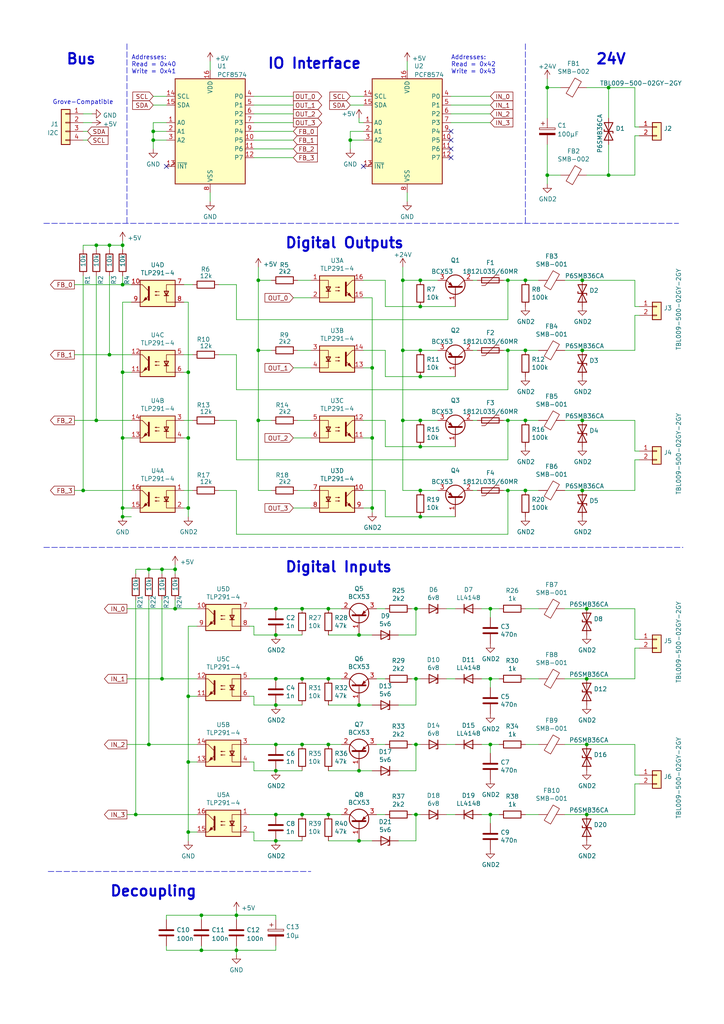
<source format=kicad_sch>
(kicad_sch (version 20211123) (generator eeschema)
  (paper "A4" portrait)
  (title_block (title "SynPLC CPU PiggyBack IO") (date "2023-04-29") (rev "1.0") (company "https://gitlab.synthron.de/Synthron/SynPLC"))
  (junction (at 58.42 275.59))
  (junction (at 54.61 127))
  (junction (at 95.25 215.9))
  (junction (at 104.14 243.84))
  (junction (at 121.92 121.92))
  (junction (at 152.4 81.28))
  (junction (at 35.56 127))
  (junction (at 35.56 82.55))
  (junction (at 121.92 101.6))
  (junction (at 116.84 121.92))
  (junction (at 80.01 243.84))
  (junction (at 27.94 71.12))
  (junction (at 176.53 50.8))
  (junction (at 24.13 142.24))
  (junction (at 107.95 127))
  (junction (at 121.92 109.22))
  (junction (at 35.56 147.32))
  (junction (at 46.99 196.85))
  (junction (at 87.63 196.85))
  (junction (at 107.95 106.68))
  (junction (at 168.91 121.92))
  (junction (at 147.32 81.28))
  (junction (at 46.99 165.1))
  (junction (at 170.18 196.85))
  (junction (at 31.75 71.12))
  (junction (at 80.01 215.9))
  (junction (at 147.32 121.92))
  (junction (at 74.93 81.28))
  (junction (at 121.92 149.86))
  (junction (at 43.18 165.1))
  (junction (at 147.32 101.6))
  (junction (at 80.01 184.15))
  (junction (at 176.53 25.4))
  (junction (at 68.58 275.59))
  (junction (at 152.4 101.6))
  (junction (at 74.93 101.6))
  (junction (at 68.58 265.43))
  (junction (at 43.18 215.9))
  (junction (at 152.4 142.24))
  (junction (at 120.65 176.53))
  (junction (at 168.91 101.6))
  (junction (at 54.61 147.32))
  (junction (at 80.01 236.22))
  (junction (at 158.75 25.4))
  (junction (at 35.56 149.86))
  (junction (at 104.14 184.15))
  (junction (at 147.32 142.24))
  (junction (at 121.92 88.9))
  (junction (at 142.24 215.9))
  (junction (at 170.18 215.9))
  (junction (at 142.24 176.53))
  (junction (at 95.25 196.85))
  (junction (at 170.18 236.22))
  (junction (at 27.94 121.92))
  (junction (at 101.6 40.64))
  (junction (at 107.95 147.32))
  (junction (at 35.56 107.95))
  (junction (at 168.91 142.24))
  (junction (at 121.92 129.54))
  (junction (at 95.25 236.22))
  (junction (at 95.25 176.53))
  (junction (at 121.92 142.24))
  (junction (at 58.42 265.43))
  (junction (at 80.01 176.53))
  (junction (at 121.92 81.28))
  (junction (at 80.01 223.52))
  (junction (at 54.61 241.3))
  (junction (at 31.75 102.87))
  (junction (at 44.45 38.1))
  (junction (at 116.84 101.6))
  (junction (at 54.61 201.93))
  (junction (at 116.84 81.28))
  (junction (at 120.65 196.85))
  (junction (at 87.63 236.22))
  (junction (at 50.8 176.53))
  (junction (at 142.24 196.85))
  (junction (at 74.93 121.92))
  (junction (at 104.14 204.47))
  (junction (at 87.63 215.9))
  (junction (at 104.14 223.52))
  (junction (at 39.37 236.22))
  (junction (at 170.18 176.53))
  (junction (at 158.75 50.8))
  (junction (at 54.61 107.95))
  (junction (at 120.65 215.9))
  (junction (at 142.24 236.22))
  (junction (at 54.61 220.98))
  (junction (at 35.56 71.12))
  (junction (at 152.4 121.92))
  (junction (at 168.91 81.28))
  (junction (at 50.8 165.1))
  (junction (at 120.65 236.22))
  (junction (at 80.01 204.47))
  (junction (at 87.63 176.53))
  (junction (at 44.45 40.64))
  (junction (at 80.01 196.85))
  (no_connect (at 48.26 48.26))
  (no_connect (at 130.81 43.18))
  (no_connect (at 130.81 38.1))
  (no_connect (at 130.81 40.64))
  (no_connect (at 105.41 48.26))
  (no_connect (at 130.81 45.72))
  (wire (pts (xy 144.78 215.9) (xy 142.24 215.9)))
  (wire (pts (xy 116.84 81.28) (xy 121.92 81.28)))
  (wire (pts (xy 184.15 25.4) (xy 176.53 25.4)))
  (wire (pts (xy 101.6 40.64) (xy 105.41 40.64)))
  (wire (pts (xy 121.92 109.22) (xy 111.76 109.22)))
  (wire (pts (xy 54.61 201.93) (xy 54.61 181.61)))
  (wire (pts (xy 184.15 91.44) (xy 185.42 91.44)))
  (wire (pts (xy 73.66 220.98) (xy 73.66 223.52)))
  (wire (pts (xy 184.15 39.37) (xy 184.15 50.8)))
  (wire (pts (xy 121.92 129.54) (xy 111.76 129.54)))
  (wire (pts (xy 116.84 101.6) (xy 121.92 101.6)))
  (wire (pts (xy 21.59 102.87) (xy 31.75 102.87)))
  (wire (pts (xy 80.01 243.84) (xy 87.63 243.84)))
  (wire (pts (xy 60.96 17.78) (xy 60.96 20.32)))
  (wire (pts (xy 185.42 88.9) (xy 184.15 88.9)))
  (wire (pts (xy 185.42 36.83) (xy 184.15 36.83)))
  (wire (pts (xy 68.58 102.87) (xy 63.5 102.87)))
  (wire (pts (xy 137.16 81.28) (xy 138.43 81.28)))
  (wire (pts (xy 68.58 133.35) (xy 68.58 121.92)))
  (wire (pts (xy 44.45 30.48) (xy 48.26 30.48)))
  (wire (pts (xy 104.14 184.15) (xy 95.25 184.15)))
  (wire (pts (xy 121.92 236.22) (xy 120.65 236.22)))
  (wire (pts (xy 46.99 173.99) (xy 46.99 196.85)))
  (wire (pts (xy 120.65 223.52) (xy 120.65 215.9)))
  (wire (pts (xy 120.65 204.47) (xy 120.65 196.85)))
  (wire (pts (xy 35.56 82.55) (xy 38.1 82.55)))
  (wire (pts (xy 46.99 196.85) (xy 57.15 196.85)))
  (wire (pts (xy 35.56 149.86) (xy 38.1 149.86)))
  (wire (pts (xy 53.34 107.95) (xy 54.61 107.95)))
  (wire (pts (xy 156.21 236.22) (xy 152.4 236.22)))
  (wire (pts (xy 184.15 215.9) (xy 184.15 224.79)))
  (wire (pts (xy 46.99 165.1) (xy 43.18 165.1)))
  (wire (pts (xy 163.83 196.85) (xy 170.18 196.85)))
  (wire (pts (xy 54.61 149.86) (xy 54.61 147.32)))
  (wire (pts (xy 104.14 34.29) (xy 104.14 35.56)))
  (wire (pts (xy 111.76 176.53) (xy 109.22 176.53)))
  (wire (pts (xy 120.65 176.53) (xy 119.38 176.53)))
  (wire (pts (xy 118.11 55.88) (xy 118.11 58.42)))
  (wire (pts (xy 68.58 264.16) (xy 68.58 265.43)))
  (wire (pts (xy 120.65 236.22) (xy 119.38 236.22)))
  (wire (pts (xy 54.61 220.98) (xy 54.61 201.93)))
  (wire (pts (xy 116.84 101.6) (xy 116.84 121.92)))
  (wire (pts (xy 35.56 147.32) (xy 35.56 127)))
  (wire (pts (xy 184.15 142.24) (xy 184.15 133.35)))
  (wire (pts (xy 73.66 243.84) (xy 80.01 243.84)))
  (wire (pts (xy 50.8 173.99) (xy 50.8 176.53)))
  (wire (pts (xy 35.56 80.01) (xy 35.56 82.55)))
  (wire (pts (xy 142.24 218.44) (xy 142.24 215.9)))
  (wire (pts (xy 163.83 176.53) (xy 170.18 176.53)))
  (wire (pts (xy 129.54 176.53) (xy 132.08 176.53)))
  (wire (pts (xy 163.83 236.22) (xy 170.18 236.22)))
  (wire (pts (xy 95.25 236.22) (xy 87.63 236.22)))
  (wire (pts (xy 163.83 81.28) (xy 168.91 81.28)))
  (wire (pts (xy 73.66 38.1) (xy 85.09 38.1)))
  (wire (pts (xy 46.99 165.1) (xy 46.99 166.37)))
  (wire (pts (xy 147.32 133.35) (xy 147.32 121.92)))
  (wire (pts (xy 111.76 196.85) (xy 109.22 196.85)))
  (wire (pts (xy 168.91 142.24) (xy 184.15 142.24)))
  (wire (pts (xy 80.01 204.47) (xy 87.63 204.47)))
  (wire (pts (xy 107.95 147.32) (xy 107.95 127)))
  (wire (pts (xy 163.83 101.6) (xy 168.91 101.6)))
  (wire (pts (xy 120.65 243.84) (xy 120.65 236.22)))
  (wire (pts (xy 73.66 43.18) (xy 85.09 43.18)))
  (wire (pts (xy 116.84 121.92) (xy 121.92 121.92)))
  (wire (pts (xy 87.63 236.22) (xy 80.01 236.22)))
  (wire (pts (xy 54.61 241.3) (xy 57.15 241.3)))
  (wire (pts (xy 48.26 265.43) (xy 48.26 266.7)))
  (wire (pts (xy 36.83 236.22) (xy 39.37 236.22)))
  (polyline (pts (xy 12.7 64.77) (xy 196.85 64.77)))
  (wire (pts (xy 163.83 215.9) (xy 170.18 215.9)))
  (wire (pts (xy 95.25 215.9) (xy 87.63 215.9)))
  (wire (pts (xy 54.61 107.95) (xy 54.61 87.63)))
  (wire (pts (xy 25.4 40.64) (xy 24.13 40.64)))
  (wire (pts (xy 35.56 107.95) (xy 35.56 87.63)))
  (wire (pts (xy 24.13 35.56) (xy 26.67 35.56)))
  (wire (pts (xy 35.56 87.63) (xy 38.1 87.63)))
  (wire (pts (xy 158.75 25.4) (xy 158.75 34.29)))
  (wire (pts (xy 31.75 102.87) (xy 38.1 102.87)))
  (wire (pts (xy 43.18 165.1) (xy 39.37 165.1)))
  (wire (pts (xy 184.15 50.8) (xy 176.53 50.8)))
  (wire (pts (xy 36.83 196.85) (xy 46.99 196.85)))
  (wire (pts (xy 39.37 236.22) (xy 57.15 236.22)))
  (wire (pts (xy 152.4 81.28) (xy 156.21 81.28)))
  (wire (pts (xy 104.14 243.84) (xy 95.25 243.84)))
  (wire (pts (xy 184.15 236.22) (xy 184.15 227.33)))
  (wire (pts (xy 120.65 184.15) (xy 120.65 176.53)))
  (wire (pts (xy 115.57 223.52) (xy 120.65 223.52)))
  (wire (pts (xy 168.91 121.92) (xy 184.15 121.92)))
  (wire (pts (xy 163.83 121.92) (xy 168.91 121.92)))
  (wire (pts (xy 74.93 77.47) (xy 74.93 81.28)))
  (wire (pts (xy 68.58 276.86) (xy 68.58 275.59)))
  (wire (pts (xy 60.96 55.88) (xy 60.96 58.42)))
  (wire (pts (xy 121.92 81.28) (xy 127 81.28)))
  (wire (pts (xy 132.08 129.54) (xy 121.92 129.54)))
  (wire (pts (xy 105.41 106.68) (xy 107.95 106.68)))
  (wire (pts (xy 111.76 236.22) (xy 109.22 236.22)))
  (wire (pts (xy 21.59 121.92) (xy 27.94 121.92)))
  (wire (pts (xy 74.93 121.92) (xy 74.93 142.24)))
  (wire (pts (xy 80.01 176.53) (xy 72.39 176.53)))
  (wire (pts (xy 27.94 71.12) (xy 27.94 72.39)))
  (wire (pts (xy 105.41 147.32) (xy 107.95 147.32)))
  (wire (pts (xy 121.92 215.9) (xy 120.65 215.9)))
  (wire (pts (xy 68.58 154.94) (xy 147.32 154.94)))
  (wire (pts (xy 43.18 165.1) (xy 43.18 166.37)))
  (wire (pts (xy 50.8 165.1) (xy 46.99 165.1)))
  (wire (pts (xy 137.16 101.6) (xy 138.43 101.6)))
  (wire (pts (xy 44.45 40.64) (xy 48.26 40.64)))
  (wire (pts (xy 144.78 196.85) (xy 142.24 196.85)))
  (wire (pts (xy 101.6 27.94) (xy 105.41 27.94)))
  (wire (pts (xy 53.34 127) (xy 54.61 127)))
  (wire (pts (xy 68.58 265.43) (xy 68.58 266.7)))
  (wire (pts (xy 147.32 154.94) (xy 147.32 142.24)))
  (wire (pts (xy 95.25 236.22) (xy 99.06 236.22)))
  (wire (pts (xy 68.58 142.24) (xy 63.5 142.24)))
  (wire (pts (xy 58.42 265.43) (xy 58.42 266.7)))
  (wire (pts (xy 116.84 142.24) (xy 121.92 142.24)))
  (wire (pts (xy 184.15 176.53) (xy 184.15 185.42)))
  (wire (pts (xy 54.61 87.63) (xy 53.34 87.63)))
  (wire (pts (xy 170.18 176.53) (xy 184.15 176.53)))
  (wire (pts (xy 53.34 82.55) (xy 55.88 82.55)))
  (wire (pts (xy 73.66 184.15) (xy 80.01 184.15)))
  (wire (pts (xy 146.05 101.6) (xy 147.32 101.6)))
  (wire (pts (xy 54.61 127) (xy 54.61 107.95)))
  (wire (pts (xy 73.66 27.94) (xy 85.09 27.94)))
  (wire (pts (xy 25.4 38.1) (xy 24.13 38.1)))
  (wire (pts (xy 24.13 71.12) (xy 24.13 72.39)))
  (wire (pts (xy 36.83 215.9) (xy 43.18 215.9)))
  (wire (pts (xy 85.09 86.36) (xy 90.17 86.36)))
  (wire (pts (xy 73.66 33.02) (xy 85.09 33.02)))
  (wire (pts (xy 74.93 81.28) (xy 74.93 101.6)))
  (wire (pts (xy 85.09 106.68) (xy 90.17 106.68)))
  (wire (pts (xy 73.66 223.52) (xy 80.01 223.52)))
  (wire (pts (xy 184.15 185.42) (xy 185.42 185.42)))
  (wire (pts (xy 74.93 101.6) (xy 78.74 101.6)))
  (wire (pts (xy 68.58 265.43) (xy 58.42 265.43)))
  (wire (pts (xy 43.18 173.99) (xy 43.18 215.9)))
  (wire (pts (xy 116.84 121.92) (xy 116.84 142.24)))
  (wire (pts (xy 74.93 142.24) (xy 78.74 142.24)))
  (wire (pts (xy 121.92 142.24) (xy 127 142.24)))
  (wire (pts (xy 121.92 101.6) (xy 127 101.6)))
  (wire (pts (xy 156.21 196.85) (xy 152.4 196.85)))
  (wire (pts (xy 80.01 266.7) (xy 80.01 265.43)))
  (wire (pts (xy 107.95 148.59) (xy 107.95 147.32)))
  (wire (pts (xy 86.36 101.6) (xy 90.17 101.6)))
  (wire (pts (xy 147.32 121.92) (xy 152.4 121.92)))
  (wire (pts (xy 107.95 204.47) (xy 104.14 204.47)))
  (wire (pts (xy 54.61 201.93) (xy 57.15 201.93)))
  (wire (pts (xy 120.65 196.85) (xy 119.38 196.85)))
  (wire (pts (xy 68.58 121.92) (xy 63.5 121.92)))
  (wire (pts (xy 72.39 181.61) (xy 73.66 181.61)))
  (wire (pts (xy 111.76 109.22) (xy 111.76 101.6)))
  (wire (pts (xy 68.58 82.55) (xy 63.5 82.55)))
  (wire (pts (xy 142.24 196.85) (xy 139.7 196.85)))
  (wire (pts (xy 95.25 196.85) (xy 99.06 196.85)))
  (wire (pts (xy 185.42 39.37) (xy 184.15 39.37)))
  (wire (pts (xy 58.42 265.43) (xy 48.26 265.43)))
  (wire (pts (xy 111.76 142.24) (xy 105.41 142.24)))
  (wire (pts (xy 115.57 184.15) (xy 120.65 184.15)))
  (wire (pts (xy 53.34 102.87) (xy 55.88 102.87)))
  (wire (pts (xy 184.15 88.9) (xy 184.15 81.28)))
  (wire (pts (xy 95.25 176.53) (xy 99.06 176.53)))
  (wire (pts (xy 86.36 81.28) (xy 90.17 81.28)))
  (wire (pts (xy 74.93 81.28) (xy 78.74 81.28)))
  (polyline (pts (xy 152.4 12.7) (xy 152.4 64.77)))
  (wire (pts (xy 184.15 36.83) (xy 184.15 25.4)))
  (wire (pts (xy 158.75 50.8) (xy 158.75 53.34)))
  (wire (pts (xy 73.66 181.61) (xy 73.66 184.15)))
  (wire (pts (xy 50.8 165.1) (xy 50.8 166.37)))
  (wire (pts (xy 168.91 81.28) (xy 184.15 81.28)))
  (wire (pts (xy 73.66 35.56) (xy 85.09 35.56)))
  (wire (pts (xy 184.15 196.85) (xy 184.15 187.96)))
  (wire (pts (xy 147.32 81.28) (xy 152.4 81.28)))
  (wire (pts (xy 176.53 25.4) (xy 176.53 34.29)))
  (wire (pts (xy 44.45 38.1) (xy 44.45 35.56)))
  (wire (pts (xy 80.01 274.32) (xy 80.01 275.59)))
  (wire (pts (xy 48.26 275.59) (xy 48.26 274.32)))
  (wire (pts (xy 54.61 147.32) (xy 54.61 127)))
  (wire (pts (xy 104.14 223.52) (xy 95.25 223.52)))
  (wire (pts (xy 54.61 220.98) (xy 57.15 220.98)))
  (wire (pts (xy 68.58 92.71) (xy 68.58 82.55)))
  (wire (pts (xy 73.66 40.64) (xy 85.09 40.64)))
  (wire (pts (xy 111.76 121.92) (xy 105.41 121.92)))
  (wire (pts (xy 168.91 101.6) (xy 184.15 101.6)))
  (wire (pts (xy 130.81 35.56) (xy 142.24 35.56)))
  (wire (pts (xy 39.37 165.1) (xy 39.37 166.37)))
  (wire (pts (xy 111.76 215.9) (xy 109.22 215.9)))
  (wire (pts (xy 74.93 121.92) (xy 78.74 121.92)))
  (wire (pts (xy 116.84 81.28) (xy 116.84 101.6)))
  (wire (pts (xy 35.56 71.12) (xy 31.75 71.12)))
  (wire (pts (xy 176.53 25.4) (xy 170.18 25.4)))
  (wire (pts (xy 31.75 71.12) (xy 31.75 72.39)))
  (wire (pts (xy 35.56 147.32) (xy 38.1 147.32)))
  (wire (pts (xy 147.32 113.03) (xy 147.32 101.6)))
  (wire (pts (xy 107.95 223.52) (xy 104.14 223.52)))
  (wire (pts (xy 146.05 81.28) (xy 147.32 81.28)))
  (wire (pts (xy 73.66 45.72) (xy 85.09 45.72)))
  (wire (pts (xy 184.15 121.92) (xy 184.15 130.81)))
  (wire (pts (xy 87.63 176.53) (xy 80.01 176.53)))
  (wire (pts (xy 68.58 275.59) (xy 58.42 275.59)))
  (wire (pts (xy 35.56 71.12) (xy 35.56 72.39)))
  (wire (pts (xy 147.32 101.6) (xy 152.4 101.6)))
  (wire (pts (xy 158.75 25.4) (xy 158.75 22.86)))
  (wire (pts (xy 142.24 199.39) (xy 142.24 196.85)))
  (wire (pts (xy 44.45 40.64) (xy 44.45 38.1)))
  (wire (pts (xy 144.78 176.53) (xy 142.24 176.53)))
  (wire (pts (xy 80.01 275.59) (xy 68.58 275.59)))
  (wire (pts (xy 156.21 176.53) (xy 152.4 176.53)))
  (wire (pts (xy 184.15 133.35) (xy 185.42 133.35)))
  (polyline (pts (xy 12.7 158.75) (xy 198.12 158.75)))
  (wire (pts (xy 163.83 142.24) (xy 168.91 142.24)))
  (wire (pts (xy 44.45 38.1) (xy 48.26 38.1)))
  (wire (pts (xy 85.09 147.32) (xy 90.17 147.32)))
  (wire (pts (xy 72.39 220.98) (xy 73.66 220.98)))
  (wire (pts (xy 121.92 196.85) (xy 120.65 196.85)))
  (wire (pts (xy 43.18 215.9) (xy 57.15 215.9)))
  (wire (pts (xy 44.45 35.56) (xy 48.26 35.56)))
  (wire (pts (xy 31.75 80.01) (xy 31.75 102.87)))
  (polyline (pts (xy 13.97 252.73) (xy 90.17 252.73)))
  (wire (pts (xy 27.94 121.92) (xy 38.1 121.92)))
  (wire (pts (xy 21.59 142.24) (xy 24.13 142.24)))
  (wire (pts (xy 107.95 86.36) (xy 105.41 86.36)))
  (wire (pts (xy 142.24 179.07) (xy 142.24 176.53)))
  (wire (pts (xy 121.92 121.92) (xy 127 121.92)))
  (wire (pts (xy 87.63 196.85) (xy 80.01 196.85)))
  (wire (pts (xy 101.6 38.1) (xy 105.41 38.1)))
  (wire (pts (xy 130.81 33.02) (xy 142.24 33.02)))
  (wire (pts (xy 73.66 204.47) (xy 80.01 204.47)))
  (wire (pts (xy 27.94 71.12) (xy 24.13 71.12)))
  (wire (pts (xy 35.56 149.86) (xy 35.56 147.32)))
  (wire (pts (xy 54.61 241.3) (xy 54.61 220.98)))
  (wire (pts (xy 86.36 142.24) (xy 90.17 142.24)))
  (wire (pts (xy 105.41 127) (xy 107.95 127)))
  (wire (pts (xy 170.18 50.8) (xy 176.53 50.8)))
  (wire (pts (xy 87.63 215.9) (xy 80.01 215.9)))
  (wire (pts (xy 58.42 275.59) (xy 58.42 274.32)))
  (wire (pts (xy 72.39 241.3) (xy 73.66 241.3)))
  (wire (pts (xy 111.76 81.28) (xy 105.41 81.28)))
  (wire (pts (xy 80.01 184.15) (xy 87.63 184.15)))
  (wire (pts (xy 142.24 215.9) (xy 139.7 215.9)))
  (wire (pts (xy 73.66 241.3) (xy 73.66 243.84)))
  (wire (pts (xy 121.92 176.53) (xy 120.65 176.53)))
  (wire (pts (xy 80.01 196.85) (xy 72.39 196.85)))
  (wire (pts (xy 95.25 176.53) (xy 87.63 176.53)))
  (wire (pts (xy 24.13 142.24) (xy 38.1 142.24)))
  (wire (pts (xy 101.6 30.48) (xy 105.41 30.48)))
  (wire (pts (xy 31.75 71.12) (xy 27.94 71.12)))
  (wire (pts (xy 111.76 129.54) (xy 111.76 121.92)))
  (wire (pts (xy 184.15 227.33) (xy 185.42 227.33)))
  (wire (pts (xy 107.95 184.15) (xy 104.14 184.15)))
  (wire (pts (xy 142.24 238.76) (xy 142.24 236.22)))
  (wire (pts (xy 68.58 133.35) (xy 147.32 133.35)))
  (wire (pts (xy 116.84 77.47) (xy 116.84 81.28)))
  (wire (pts (xy 137.16 121.92) (xy 138.43 121.92)))
  (wire (pts (xy 176.53 41.91) (xy 176.53 50.8)))
  (wire (pts (xy 39.37 173.99) (xy 39.37 236.22)))
  (wire (pts (xy 115.57 204.47) (xy 120.65 204.47)))
  (wire (pts (xy 184.15 187.96) (xy 185.42 187.96)))
  (wire (pts (xy 44.45 43.18) (xy 44.45 40.64)))
  (wire (pts (xy 68.58 113.03) (xy 147.32 113.03)))
  (wire (pts (xy 35.56 127) (xy 38.1 127)))
  (wire (pts (xy 54.61 181.61) (xy 57.15 181.61)))
  (wire (pts (xy 85.09 127) (xy 90.17 127)))
  (wire (pts (xy 142.24 176.53) (xy 139.7 176.53)))
  (wire (pts (xy 121.92 88.9) (xy 111.76 88.9)))
  (wire (pts (xy 130.81 30.48) (xy 142.24 30.48)))
  (wire (pts (xy 74.93 101.6) (xy 74.93 121.92)))
  (wire (pts (xy 152.4 101.6) (xy 156.21 101.6)))
  (wire (pts (xy 27.94 80.01) (xy 27.94 121.92)))
  (wire (pts (xy 80.01 223.52) (xy 87.63 223.52)))
  (wire (pts (xy 53.34 147.32) (xy 54.61 147.32)))
  (wire (pts (xy 132.08 149.86) (xy 121.92 149.86)))
  (wire (pts (xy 146.05 142.24) (xy 147.32 142.24)))
  (wire (pts (xy 107.95 127) (xy 107.95 106.68)))
  (wire (pts (xy 101.6 40.64) (xy 101.6 38.1)))
  (wire (pts (xy 35.56 69.85) (xy 35.56 71.12)))
  (wire (pts (xy 68.58 154.94) (xy 68.58 142.24)))
  (wire (pts (xy 58.42 275.59) (xy 48.26 275.59)))
  (wire (pts (xy 129.54 236.22) (xy 132.08 236.22)))
  (wire (pts (xy 147.32 142.24) (xy 152.4 142.24)))
  (wire (pts (xy 121.92 149.86) (xy 111.76 149.86)))
  (wire (pts (xy 24.13 80.01) (xy 24.13 142.24)))
  (wire (pts (xy 107.95 243.84) (xy 104.14 243.84)))
  (wire (pts (xy 162.56 50.8) (xy 158.75 50.8)))
  (wire (pts (xy 53.34 121.92) (xy 55.88 121.92)))
  (wire (pts (xy 130.81 27.94) (xy 142.24 27.94)))
  (wire (pts (xy 147.32 92.71) (xy 147.32 81.28)))
  (wire (pts (xy 170.18 196.85) (xy 184.15 196.85)))
  (wire (pts (xy 50.8 163.83) (xy 50.8 165.1)))
  (wire (pts (xy 80.01 265.43) (xy 68.58 265.43)))
  (wire (pts (xy 73.66 30.48) (xy 85.09 30.48)))
  (wire (pts (xy 170.18 215.9) (xy 184.15 215.9)))
  (wire (pts (xy 132.08 88.9) (xy 121.92 88.9)))
  (wire (pts (xy 73.66 201.93) (xy 73.66 204.47)))
  (wire (pts (xy 152.4 121.92) (xy 156.21 121.92)))
  (wire (pts (xy 115.57 243.84) (xy 120.65 243.84)))
  (wire (pts (xy 44.45 27.94) (xy 48.26 27.94)))
  (wire (pts (xy 21.59 82.55) (xy 35.56 82.55)))
  (wire (pts (xy 120.65 215.9) (xy 119.38 215.9)))
  (wire (pts (xy 80.01 236.22) (xy 72.39 236.22)))
  (wire (pts (xy 54.61 243.84) (xy 54.61 241.3)))
  (wire (pts (xy 86.36 121.92) (xy 90.17 121.92)))
  (wire (pts (xy 107.95 106.68) (xy 107.95 86.36)))
  (wire (pts (xy 137.16 142.24) (xy 138.43 142.24)))
  (wire (pts (xy 111.76 101.6) (xy 105.41 101.6)))
  (wire (pts (xy 129.54 196.85) (xy 132.08 196.85)))
  (wire (pts (xy 68.58 113.03) (xy 68.58 102.87)))
  (wire (pts (xy 36.83 176.53) (xy 50.8 176.53)))
  (wire (pts (xy 35.56 127) (xy 35.56 107.95)))
  (wire (pts (xy 72.39 201.93) (xy 73.66 201.93)))
  (wire (pts (xy 146.05 121.92) (xy 147.32 121.92)))
  (wire (pts (xy 35.56 107.95) (xy 38.1 107.95)))
  (wire (pts (xy 170.18 236.22) (xy 184.15 236.22)))
  (wire (pts (xy 50.8 176.53) (xy 57.15 176.53)))
  (wire (pts (xy 111.76 149.86) (xy 111.76 142.24)))
  (wire (pts (xy 95.25 196.85) (xy 87.63 196.85)))
  (wire (pts (xy 95.25 215.9) (xy 99.06 215.9)))
  (wire (pts (xy 111.76 88.9) (xy 111.76 81.28)))
  (wire (pts (xy 104.14 35.56) (xy 105.41 35.56)))
  (wire (pts (xy 144.78 236.22) (xy 142.24 236.22)))
  (wire (pts (xy 26.67 33.02) (xy 24.13 33.02)))
  (polyline (pts (xy 36.83 12.7) (xy 36.83 64.77)))
  (wire (pts (xy 101.6 43.18) (xy 101.6 40.64)))
  (wire (pts (xy 68.58 92.71) (xy 147.32 92.71)))
  (wire (pts (xy 80.01 215.9) (xy 72.39 215.9)))
  (wire (pts (xy 184.15 101.6) (xy 184.15 91.44)))
  (wire (pts (xy 184.15 130.81) (xy 185.42 130.81)))
  (wire (pts (xy 184.15 224.79) (xy 185.42 224.79)))
  (wire (pts (xy 129.54 215.9) (xy 132.08 215.9)))
  (wire (pts (xy 132.08 109.22) (xy 121.92 109.22)))
  (wire (pts (xy 162.56 25.4) (xy 158.75 25.4)))
  (wire (pts (xy 104.14 204.47) (xy 95.25 204.47)))
  (wire (pts (xy 68.58 275.59) (xy 68.58 274.32)))
  (wire (pts (xy 156.21 215.9) (xy 152.4 215.9)))
  (wire (pts (xy 158.75 41.91) (xy 158.75 50.8)))
  (wire (pts (xy 142.24 236.22) (xy 139.7 236.22)))
  (wire (pts (xy 53.34 142.24) (xy 55.88 142.24)))
  (wire (pts (xy 118.11 17.78) (xy 118.11 20.32)))
  (wire (pts (xy 152.4 142.24) (xy 156.21 142.24)))
  (text "IO Interface" (at 77.47 20.32 0) (effects (font (size 3 3) (thickness 0.6) bold) (justify left bottom)))
  (text "Decoupling" (at 31.75 260.35 0) (effects (font (size 3 3) (thickness 0.6) bold) (justify left bottom)))
  (text "Digital Outputs" (at 82.55 72.39 0) (effects (font (size 3 3) (thickness 0.6) bold) (justify left bottom)))
  (text "Addresses:\nRead = 0x42\nWrite = 0x43" (at 130.81 21.59 0) (effects (font (size 1.27 1.27)) (justify left bottom)))
  (text "Grove-Compatible" (at 15.24 30.48 0) (effects (font (size 1.27 1.27)) (justify left bottom)))
  (text "24V" (at 172.72 19.05 0) (effects (font (size 3 3) (thickness 0.6) bold) (justify left bottom)))
  (text "Addresses:\nRead = 0x40\nWrite = 0x41" (at 38.1 21.59 0) (effects (font (size 1.27 1.27)) (justify left bottom)))
  (text "Bus" (at 19.05 19.05 0) (effects (font (size 3 3) (thickness 0.6) bold) (justify left bottom)))
  (text "Digital Inputs" (at 82.55 166.37 0) (effects (font (size 3 3) (thickness 0.6) bold) (justify left bottom)))
  (global_label "SCL" (shape input) (at 25.4 40.64 0) (property "Intersheet References" "${INTERSHEET_REFS}" (effects hide)))
  (global_label "IN_1" (shape output) (at 36.83 196.85 180) (property "Intersheet References" "${INTERSHEET_REFS}" (effects hide)))
  (global_label "IN_0" (shape input) (at 142.24 27.94 0) (property "Intersheet References" "${INTERSHEET_REFS}" (effects hide)))
  (global_label "OUT_1" (shape output) (at 85.09 30.48 0) (property "Intersheet References" "${INTERSHEET_REFS}" (effects hide)))
  (global_label "OUT_0" (shape output) (at 85.09 27.94 0) (property "Intersheet References" "${INTERSHEET_REFS}" (effects hide)))
  (global_label "FB_1" (shape output) (at 21.59 102.87 180) (property "Intersheet References" "${INTERSHEET_REFS}" (effects hide)))
  (global_label "SDA" (shape input) (at 25.4 38.1 0) (property "Intersheet References" "${INTERSHEET_REFS}" (effects hide)))
  (global_label "FB_1" (shape input) (at 85.09 40.64 0) (property "Intersheet References" "${INTERSHEET_REFS}" (effects hide)))
  (global_label "IN_1" (shape input) (at 142.24 30.48 0) (property "Intersheet References" "${INTERSHEET_REFS}" (effects hide)))
  (global_label "SCL" (shape input) (at 44.45 27.94 180) (property "Intersheet References" "${INTERSHEET_REFS}" (effects hide)))
  (global_label "FB_2" (shape input) (at 85.09 43.18 0) (property "Intersheet References" "${INTERSHEET_REFS}" (effects hide)))
  (global_label "SCL" (shape input) (at 101.6 27.94 180) (property "Intersheet References" "${INTERSHEET_REFS}" (effects hide)))
  (global_label "FB_3" (shape input) (at 85.09 45.72 0) (property "Intersheet References" "${INTERSHEET_REFS}" (effects hide)))
  (global_label "OUT_2" (shape input) (at 85.09 127 180) (property "Intersheet References" "${INTERSHEET_REFS}" (effects hide)))
  (global_label "SDA" (shape input) (at 101.6 30.48 180) (property "Intersheet References" "${INTERSHEET_REFS}" (effects hide)))
  (global_label "IN_3" (shape input) (at 142.24 35.56 0) (property "Intersheet References" "${INTERSHEET_REFS}" (effects hide)))
  (global_label "SDA" (shape input) (at 44.45 30.48 180) (property "Intersheet References" "${INTERSHEET_REFS}" (effects hide)))
  (global_label "IN_2" (shape output) (at 36.83 215.9 180) (property "Intersheet References" "${INTERSHEET_REFS}" (effects hide)))
  (global_label "FB_0" (shape input) (at 85.09 38.1 0) (property "Intersheet References" "${INTERSHEET_REFS}" (effects hide)))
  (global_label "OUT_2" (shape output) (at 85.09 33.02 0) (property "Intersheet References" "${INTERSHEET_REFS}" (effects hide)))
  (global_label "IN_2" (shape input) (at 142.24 33.02 0) (property "Intersheet References" "${INTERSHEET_REFS}" (effects hide)))
  (global_label "IN_3" (shape output) (at 36.83 236.22 180) (property "Intersheet References" "${INTERSHEET_REFS}" (effects hide)))
  (global_label "OUT_3" (shape output) (at 85.09 35.56 0) (property "Intersheet References" "${INTERSHEET_REFS}" (effects hide)))
  (global_label "IN_0" (shape output) (at 36.83 176.53 180) (property "Intersheet References" "${INTERSHEET_REFS}" (effects hide)))
  (global_label "OUT_3" (shape input) (at 85.09 147.32 180) (property "Intersheet References" "${INTERSHEET_REFS}" (effects hide)))
  (global_label "OUT_1" (shape input) (at 85.09 106.68 180) (property "Intersheet References" "${INTERSHEET_REFS}" (effects hide)))
  (global_label "FB_0" (shape output) (at 21.59 82.55 180) (property "Intersheet References" "${INTERSHEET_REFS}" (effects hide)))
  (global_label "FB_3" (shape output) (at 21.59 142.24 180) (property "Intersheet References" "${INTERSHEET_REFS}" (effects hide)))
  (global_label "OUT_0" (shape input) (at 85.09 86.36 180) (property "Intersheet References" "${INTERSHEET_REFS}" (effects hide)))
  (global_label "FB_2" (shape output) (at 21.59 121.92 180) (property "Intersheet References" "${INTERSHEET_REFS}" (effects hide)))
  (symbol (lib_id "Device:R") (at 95.25 219.71 180) (unit 1)
    (property "Reference" "R36" (at 97.028 218.5416 0) (effects (justify right)))
    (property "Value" "47k" (at 97.028 220.853 0) (effects (justify right)))
    (property "Footprint" "Resistor_SMD:R_0805_2012Metric" (effects hide))
  )
  (symbol (lib_id "Isolator:TLP291-4") (at 45.72 144.78 0) (mirror y) (unit 1)
    (property "Reference" "U4" (at 45.72 136.525 0))
    (property "Value" "TLP291-4" (at 45.72 138.8364 0))
    (property "Footprint" "Package_SO:SOIC-16_4.55x10.3mm_P1.27mm" (effects hide))
    (property "Datasheet" "https://toshiba.semicon-storage.com/info/docget.jsp?did=12858&prodName=TLP291-4" (effects hide))
  )
  (symbol (lib_id "power:GND2") (at 54.61 149.86 0) (unit 1)
    (property "Reference" "#PWR023" (effects hide))
    (property "Value" "GND2" (at 54.737 154.2542 0))
  )
  (symbol (lib_id "Device:D_TVS") (at 168.91 105.41 90) (unit 1)
    (property "Reference" "D3" (at 170.942 104.5753 90) (effects (justify right)))
    (property "Value" "P6SMB36CA" (at 163.83 100.33 90) (effects (justify right)))
    (property "Footprint" "Diode_SMD:D_SMA" (effects hide))
  )
  (symbol (lib_id "Isolator:TLP291-4") (at 64.77 179.07 0) (mirror y) (unit 4)
    (property "Reference" "U5" (at 64.77 170.815 0))
    (property "Value" "TLP291-4" (at 64.77 173.1264 0))
    (property "Footprint" "Package_SO:SOIC-16_4.55x10.3mm_P1.27mm" (effects hide))
    (property "Datasheet" "https://toshiba.semicon-storage.com/info/docget.jsp?did=12858&prodName=TLP291-4" (effects hide))
  )
  (symbol (lib_id "Connector_Generic:Conn_01x02") (at 190.5 88.9 0) (unit 1)
    (property "Reference" "J3" (at 192.532 89.3353 0) (effects (justify left)))
    (property "Value" "TBL009-500-02GY-2GY" (at 196.85 101.6 90) (effects (justify left)))
    (property "Footprint" "eigene:TBL00950002GY2GY" (effects hide))
  )
  (symbol (lib_id "Device:Polyfuse") (at 142.24 142.24 270) (unit 1)
    (property "Reference" "F4" (at 142.24 137.1432 90))
    (property "Value" "1812L035/60MR" (at 142.24 139.6801 90))
    (property "Footprint" "Resistor_SMD:R_1812_4532Metric" (effects hide))
  )
  (symbol (lib_id "Isolator:TLP291-4") (at 45.72 85.09 0) (mirror y) (unit 4)
    (property "Reference" "U4" (at 45.72 76.835 0))
    (property "Value" "TLP291-4" (at 45.72 79.1464 0))
    (property "Footprint" "Package_SO:SOIC-16_4.55x10.3mm_P1.27mm" (effects hide))
    (property "Datasheet" "https://toshiba.semicon-storage.com/info/docget.jsp?did=12858&prodName=TLP291-4" (effects hide))
  )
  (symbol (lib_id "Device:R") (at 87.63 240.03 180) (unit 1)
    (property "Reference" "R39" (at 89.408 238.8616 0) (effects (justify right)))
    (property "Value" "10k" (at 89.408 241.173 0) (effects (justify right)))
    (property "Footprint" "Resistor_SMD:R_0805_2012Metric" (effects hide))
  )
  (symbol (lib_id "Diode:LL4148") (at 135.89 236.22 0) (unit 1)
    (property "Reference" "D19" (at 135.89 230.7082 0))
    (property "Value" "LL4148" (at 135.89 233.0196 0))
    (property "Footprint" "Diode_SMD:D_MiniMELF" (effects hide))
    (property "Datasheet" "http://www.vishay.com/docs/85557/ll4148.pdf" (effects hide))
  )
  (symbol (lib_id "power:GND2") (at 152.4 129.54 0) (unit 1)
    (property "Reference" "#PWR019" (effects hide))
    (property "Value" "GND2" (at 152.527 133.9342 0))
  )
  (symbol (lib_id "Transistor_BJT:BCX53") (at 132.08 104.14 270) (mirror x) (unit 1)
    (property "Reference" "Q2" (at 132.08 95.8088 90))
    (property "Value" "BCX53" (at 128.27 99.06 90))
    (property "Footprint" "Package_TO_SOT_SMD:SOT-89-3" (effects hide))
    (property "Datasheet" "http://www.infineon.com/dgdl/bcx51_bcx52_bcx53.pdf" (effects hide))
  )
  (symbol (lib_id "power:GND2") (at 170.18 184.15 0) (unit 1)
    (property "Reference" "#PWR028" (effects hide))
    (property "Value" "GND2" (at 170.307 188.5442 0))
  )
  (symbol (lib_id "Device:R") (at 31.75 76.2 180) (unit 1)
    (property "Reference" "R3" (at 33.02 82.55 90) (effects (justify right)))
    (property "Value" "10k" (at 31.75 77.47 90) (effects (justify right)))
    (property "Footprint" "Resistor_SMD:R_0805_2012Metric" (effects hide))
  )
  (symbol (lib_id "power:GND2") (at 142.24 226.06 0) (unit 1)
    (property "Reference" "#PWR035" (effects hide))
    (property "Value" "GND2" (at 142.367 230.4542 0))
  )
  (symbol (lib_id "Device:C") (at 48.26 270.51 0) (unit 1)
    (property "Reference" "C10" (at 51.181 269.6753 0) (effects (justify left)))
    (property "Value" "100n" (at 51.181 272.2122 0) (effects (justify left)))
    (property "Footprint" "Capacitor_SMD:C_0805_2012Metric" (effects hide))
  )
  (symbol (lib_id "Device:R") (at 95.25 200.66 180) (unit 1)
    (property "Reference" "R32" (at 97.028 199.4916 0) (effects (justify right)))
    (property "Value" "47k" (at 97.028 201.803 0) (effects (justify right)))
    (property "Footprint" "Resistor_SMD:R_0805_2012Metric" (effects hide))
  )
  (symbol (lib_id "Diode:LL4148") (at 135.89 215.9 0) (unit 1)
    (property "Reference" "D15" (at 135.89 210.3882 0))
    (property "Value" "LL4148" (at 135.89 212.6996 0))
    (property "Footprint" "Diode_SMD:D_MiniMELF" (effects hide))
    (property "Datasheet" "http://www.vishay.com/docs/85557/ll4148.pdf" (effects hide))
  )
  (symbol (lib_id "Device:C") (at 80.01 240.03 180) (unit 1)
    (property "Reference" "C8" (at 82.931 238.8616 0) (effects (justify right)))
    (property "Value" "1n" (at 82.931 241.173 0) (effects (justify right)))
    (property "Footprint" "Capacitor_SMD:C_0805_2012Metric" (effects hide))
  )
  (symbol (lib_id "Isolator:TLP291-4") (at 97.79 104.14 0) (unit 2)
    (property "Reference" "U3" (at 97.79 95.885 0))
    (property "Value" "TLP291-4" (at 97.79 98.1964 0))
    (property "Footprint" "Package_SO:SOIC-16_4.55x10.3mm_P1.27mm" (effects hide))
    (property "Datasheet" "https://toshiba.semicon-storage.com/info/docget.jsp?did=12858&prodName=TLP291-4" (effects hide))
  )
  (symbol (lib_id "DI8_V1.1-rescue:Ferrite_Bead-Device") (at 160.02 81.28 270) (unit 1)
    (property "Reference" "FB3" (at 160.02 74.3204 90))
    (property "Value" "SMB-001" (at 160.02 76.6318 90))
    (property "Footprint" "eigene:SMB-001" (effects hide))
  )
  (symbol (lib_id "power:GND2") (at 168.91 129.54 0) (unit 1)
    (property "Reference" "#PWR020" (effects hide))
    (property "Value" "GND2" (at 169.037 133.9342 0))
  )
  (symbol (lib_id "power:GND") (at 54.61 243.84 0) (unit 1)
    (property "Reference" "#PWR036" (effects hide))
    (property "Value" "GND" (at 54.61 248.2834 0))
  )
  (symbol (lib_id "Device:R") (at 121.92 146.05 180) (unit 1)
    (property "Reference" "R19" (at 123.698 144.8816 0) (effects (justify right)))
    (property "Value" "10k" (at 123.698 147.193 0) (effects (justify right)))
    (property "Footprint" "Resistor_SMD:R_0805_2012Metric" (effects hide))
  )
  (symbol (lib_id "power:GND2") (at 168.91 109.22 0) (unit 1)
    (property "Reference" "#PWR018" (effects hide))
    (property "Value" "GND2" (at 169.037 113.6142 0))
  )
  (symbol (lib_id "Isolator:TLP291-4") (at 64.77 238.76 0) (mirror y) (unit 1)
    (property "Reference" "U5" (at 64.77 230.505 0))
    (property "Value" "TLP291-4" (at 64.77 232.8164 0))
    (property "Footprint" "Package_SO:SOIC-16_4.55x10.3mm_P1.27mm" (effects hide))
    (property "Datasheet" "https://toshiba.semicon-storage.com/info/docget.jsp?did=12858&prodName=TLP291-4" (effects hide))
  )
  (symbol (lib_id "Device:D_TVS") (at 170.18 200.66 90) (unit 1)
    (property "Reference" "D12" (at 172.212 199.8253 90) (effects (justify right)))
    (property "Value" "P6SMB36CA" (at 165.1 195.58 90) (effects (justify right)))
    (property "Footprint" "Diode_SMD:D_SMA" (effects hide))
  )
  (symbol (lib_id "Device:D_Zener") (at 111.76 184.15 180) (unit 1)
    (property "Reference" "D9" (at 111.76 178.6382 0))
    (property "Value" "5v6" (at 111.76 180.9496 0))
    (property "Footprint" "Diode_SMD:D_MiniMELF" (effects hide))
  )
  (symbol (lib_id "power:+5V") (at 118.11 17.78 0) (mirror y) (unit 1)
    (property "Reference" "#PWR02" (effects hide))
    (property "Value" "+5V" (at 119.507 16.9438 0) (effects (justify right)))
  )
  (symbol (lib_id "power:GND") (at 60.96 58.42 0) (unit 1)
    (property "Reference" "#PWR010" (effects hide))
    (property "Value" "GND" (at 60.96 62.8634 0))
  )
  (symbol (lib_id "Connector_Generic:Conn_01x04") (at 19.05 35.56 0) (mirror y) (unit 1)
    (property "Reference" "J1" (at 17.018 35.9953 0) (effects (justify left)))
    (property "Value" "I2C" (at 17.018 38.5322 0) (effects (justify left)))
    (property "Footprint" "Connector_PinSocket_2.54mm:PinSocket_1x04_P2.54mm_Vertical" (effects hide))
  )
  (symbol (lib_id "power:GND") (at 68.58 276.86 0) (unit 1)
    (property "Reference" "#PWR041" (effects hide))
    (property "Value" "GND" (at 68.58 281.3034 0))
  )
  (symbol (lib_id "power:+5V") (at 35.56 69.85 0) (mirror y) (unit 1)
    (property "Reference" "#PWR012" (effects hide))
    (property "Value" "+5V" (at 36.957 69.0138 0) (effects (justify right)))
  )
  (symbol (lib_id "power:GND2") (at 142.24 207.01 0) (unit 1)
    (property "Reference" "#PWR032" (effects hide))
    (property "Value" "GND2" (at 142.367 211.4042 0))
  )
  (symbol (lib_id "Device:C") (at 142.24 203.2 180) (unit 1)
    (property "Reference" "C5" (at 145.161 202.0316 0) (effects (justify right)))
    (property "Value" "470n" (at 145.161 204.343 0) (effects (justify right)))
    (property "Footprint" "Capacitor_SMD:C_0805_2012Metric" (effects hide))
  )
  (symbol (lib_id "Device:D_TVS") (at 176.53 38.1 90) (unit 1)
    (property "Reference" "D1" (at 178.562 37.2653 90) (effects (justify right)))
    (property "Value" "P6SMB36CA" (at 173.99 33.02 0) (effects (justify right)))
    (property "Footprint" "Diode_SMD:D_SMA" (effects hide))
  )
  (symbol (lib_id "Device:R") (at 152.4 85.09 180) (unit 1)
    (property "Reference" "R8" (at 154.178 83.9216 0) (effects (justify right)))
    (property "Value" "100k" (at 154.178 86.233 0) (effects (justify right)))
    (property "Footprint" "Resistor_SMD:R_0805_2012Metric" (effects hide))
  )
  (symbol (lib_id "Device:C_Polarized") (at 158.75 38.1 0) (unit 1)
    (property "Reference" "C1" (at 161.671 36.3763 0) (effects (justify left)))
    (property "Value" "100µF" (at 161.671 38.9132 0) (effects (justify left)))
    (property "Footprint" "Capacitor_SMD:CP_Elec_5x5.8" (effects hide))
  )
  (symbol (lib_id "Device:Polyfuse") (at 142.24 81.28 270) (unit 1)
    (property "Reference" "F1" (at 142.24 76.1832 90))
    (property "Value" "1812L035/60MR" (at 142.24 78.7201 90))
    (property "Footprint" "Resistor_SMD:R_1812_4532Metric" (effects hide))
  )
  (symbol (lib_id "Connector_Generic:Conn_01x02") (at 190.5 185.42 0) (unit 1)
    (property "Reference" "J5" (at 192.532 185.8553 0) (effects (justify left)))
    (property "Value" "TBL009-500-02GY-2GY" (at 196.85 198.12 90) (effects (justify left)))
    (property "Footprint" "eigene:TBL00950002GY2GY" (effects hide))
  )
  (symbol (lib_id "Device:R") (at 59.69 121.92 270) (unit 1)
    (property "Reference" "R13" (at 60.96 117.475 90) (effects (justify right)))
    (property "Value" "12k" (at 61.595 119.38 90) (effects (justify right)))
    (property "Footprint" "Resistor_SMD:R_0805_2012Metric" (effects hide))
  )
  (symbol (lib_id "power:+5V") (at 26.67 35.56 270) (mirror x) (unit 1)
    (property "Reference" "#PWR06" (effects hide))
    (property "Value" "+5V" (at 29.8449 35.9938 90) (effects (justify left)))
  )
  (symbol (lib_id "Isolator:TLP291-4") (at 97.79 83.82 0) (unit 1)
    (property "Reference" "U3" (at 97.79 75.565 0))
    (property "Value" "TLP291-4" (at 97.79 77.8764 0))
    (property "Footprint" "Package_SO:SOIC-16_4.55x10.3mm_P1.27mm" (effects hide))
    (property "Datasheet" "https://toshiba.semicon-storage.com/info/docget.jsp?did=12858&prodName=TLP291-4" (effects hide))
  )
  (symbol (lib_id "Device:R") (at 115.57 196.85 270) (unit 1)
    (property "Reference" "R29" (at 115.57 191.5922 90))
    (property "Value" "2k2" (at 115.57 193.9036 90))
    (property "Footprint" "Resistor_SMD:R_0805_2012Metric" (effects hide))
  )
  (symbol (lib_id "Device:R") (at 87.63 180.34 180) (unit 1)
    (property "Reference" "R27" (at 89.408 179.1716 0) (effects (justify right)))
    (property "Value" "10k" (at 89.408 181.483 0) (effects (justify right)))
    (property "Footprint" "Resistor_SMD:R_0805_2012Metric" (effects hide))
  )
  (symbol (lib_id "Isolator:TLP291-4") (at 45.72 124.46 0) (mirror y) (unit 2)
    (property "Reference" "U4" (at 45.72 116.205 0))
    (property "Value" "TLP291-4" (at 45.72 118.5164 0))
    (property "Footprint" "Package_SO:SOIC-16_4.55x10.3mm_P1.27mm" (effects hide))
    (property "Datasheet" "https://toshiba.semicon-storage.com/info/docget.jsp?did=12858&prodName=TLP291-4" (effects hide))
  )
  (symbol (lib_id "Device:C_Polarized") (at 80.01 270.51 0) (unit 1)
    (property "Reference" "C13" (at 82.931 268.7863 0) (effects (justify left)))
    (property "Value" "10µ" (at 82.931 271.3232 0) (effects (justify left)))
    (property "Footprint" "Capacitor_SMD:CP_Elec_5x5.8" (effects hide))
  )
  (symbol (lib_id "power:GND") (at 118.11 58.42 0) (unit 1)
    (property "Reference" "#PWR011" (effects hide))
    (property "Value" "GND" (at 118.11 62.8634 0))
  )
  (symbol (lib_id "power:GND2") (at 142.24 186.69 0) (unit 1)
    (property "Reference" "#PWR029" (effects hide))
    (property "Value" "GND2" (at 142.367 191.0842 0))
  )
  (symbol (lib_id "Device:C") (at 80.01 200.66 180) (unit 1)
    (property "Reference" "C4" (at 82.931 199.4916 0) (effects (justify right)))
    (property "Value" "1n" (at 82.931 201.803 0) (effects (justify right)))
    (property "Footprint" "Capacitor_SMD:C_0805_2012Metric" (effects hide))
  )
  (symbol (lib_id "Device:R") (at 82.55 81.28 270) (unit 1)
    (property "Reference" "R5" (at 83.82 76.835 90) (effects (justify right)))
    (property "Value" "2k2" (at 84.455 78.74 90) (effects (justify right)))
    (property "Footprint" "Resistor_SMD:R_0805_2012Metric" (effects hide))
  )
  (symbol (lib_id "Device:C") (at 142.24 222.25 180) (unit 1)
    (property "Reference" "C7" (at 145.161 221.0816 0) (effects (justify right)))
    (property "Value" "470n" (at 145.161 223.393 0) (effects (justify right)))
    (property "Footprint" "Capacitor_SMD:C_0805_2012Metric" (effects hide))
  )
  (symbol (lib_id "Transistor_BJT:BCX53") (at 132.08 144.78 270) (mirror x) (unit 1)
    (property "Reference" "Q4" (at 132.08 136.4488 90))
    (property "Value" "BCX53" (at 128.27 139.7 90))
    (property "Footprint" "Package_TO_SOT_SMD:SOT-89-3" (effects hide))
    (property "Datasheet" "http://www.infineon.com/dgdl/bcx51_bcx52_bcx53.pdf" (effects hide))
  )
  (symbol (lib_id "power:GND2") (at 80.01 223.52 0) (unit 1)
    (property "Reference" "#PWR033" (effects hide))
    (property "Value" "GND2" (at 80.137 227.9142 0))
  )
  (symbol (lib_id "Device:D_Zener") (at 125.73 176.53 180) (unit 1)
    (property "Reference" "D6" (at 125.73 171.0182 0))
    (property "Value" "6v8" (at 125.73 173.3296 0))
    (property "Footprint" "Diode_SMD:D_MiniMELF" (effects hide))
  )
  (symbol (lib_id "power:GND2") (at 152.4 149.86 0) (unit 1)
    (property "Reference" "#PWR024" (effects hide))
    (property "Value" "GND2" (at 152.527 154.2542 0))
  )
  (symbol (lib_id "Connector_Generic:Conn_01x02") (at 190.5 130.81 0) (unit 1)
    (property "Reference" "J4" (at 192.532 131.2453 0) (effects (justify left)))
    (property "Value" "TBL009-500-02GY-2GY" (at 196.85 143.51 90) (effects (justify left)))
    (property "Footprint" "eigene:TBL00950002GY2GY" (effects hide))
  )
  (symbol (lib_id "Transistor_BJT:BCX53") (at 132.08 83.82 270) (mirror x) (unit 1)
    (property "Reference" "Q1" (at 132.08 75.4888 90))
    (property "Value" "BCX53" (at 128.27 78.74 90))
    (property "Footprint" "Package_TO_SOT_SMD:SOT-89-3" (effects hide))
    (property "Datasheet" "http://www.infineon.com/dgdl/bcx51_bcx52_bcx53.pdf" (effects hide))
  )
  (symbol (lib_id "Device:R") (at 50.8 170.18 180) (unit 1)
    (property "Reference" "R24" (at 52.07 176.53 90) (effects (justify right)))
    (property "Value" "10k" (at 50.8 171.45 90) (effects (justify right)))
    (property "Footprint" "Resistor_SMD:R_0805_2012Metric" (effects hide))
  )
  (symbol (lib_id "Device:R") (at 115.57 236.22 270) (unit 1)
    (property "Reference" "R37" (at 115.57 230.9622 90))
    (property "Value" "2k2" (at 115.57 233.2736 90))
    (property "Footprint" "Resistor_SMD:R_0805_2012Metric" (effects hide))
  )
  (symbol (lib_id "Transistor_BJT:BCX53") (at 132.08 124.46 270) (mirror x) (unit 1)
    (property "Reference" "Q3" (at 132.08 116.1288 90))
    (property "Value" "BCX53" (at 128.27 119.38 90))
    (property "Footprint" "Package_TO_SOT_SMD:SOT-89-3" (effects hide))
    (property "Datasheet" "http://www.infineon.com/dgdl/bcx51_bcx52_bcx53.pdf" (effects hide))
  )
  (symbol (lib_id "Device:R") (at 152.4 146.05 180) (unit 1)
    (property "Reference" "R20" (at 154.178 144.8816 0) (effects (justify right)))
    (property "Value" "100k" (at 154.178 147.193 0) (effects (justify right)))
    (property "Footprint" "Resistor_SMD:R_0805_2012Metric" (effects hide))
  )
  (symbol (lib_id "Device:D_TVS") (at 170.18 219.71 90) (unit 1)
    (property "Reference" "D16" (at 172.212 218.8753 90) (effects (justify right)))
    (property "Value" "P6SMB36CA" (at 165.1 214.63 90) (effects (justify right)))
    (property "Footprint" "Diode_SMD:D_SMA" (effects hide))
  )
  (symbol (lib_id "DI8_V1.1-rescue:Ferrite_Bead-Device") (at 160.02 176.53 270) (unit 1)
    (property "Reference" "FB7" (at 160.02 169.5704 90))
    (property "Value" "SMB-001" (at 160.02 171.8818 90))
    (property "Footprint" "eigene:SMB-001" (effects hide))
  )
  (symbol (lib_id "power:GND2") (at 107.95 148.59 0) (unit 1)
    (property "Reference" "#PWR021" (effects hide))
    (property "Value" "GND2" (at 108.077 152.9842 0))
  )
  (symbol (lib_id "Device:R") (at 59.69 142.24 270) (unit 1)
    (property "Reference" "R17" (at 60.96 137.795 90) (effects (justify right)))
    (property "Value" "12k" (at 61.595 139.7 90) (effects (justify right)))
    (property "Footprint" "Resistor_SMD:R_0805_2012Metric" (effects hide))
  )
  (symbol (lib_id "power:GND2") (at 80.01 184.15 0) (unit 1)
    (property "Reference" "#PWR027" (effects hide))
    (property "Value" "GND2" (at 80.137 188.5442 0))
  )
  (symbol (lib_id "Device:R") (at 59.69 82.55 270) (unit 1)
    (property "Reference" "R6" (at 60.96 78.105 90) (effects (justify right)))
    (property "Value" "12k" (at 61.595 80.01 90) (effects (justify right)))
    (property "Footprint" "Resistor_SMD:R_0805_2012Metric" (effects hide))
  )
  (symbol (lib_id "Device:R") (at 152.4 105.41 180) (unit 1)
    (property "Reference" "R12" (at 154.178 104.2416 0) (effects (justify right)))
    (property "Value" "100k" (at 154.178 106.553 0) (effects (justify right)))
    (property "Footprint" "Resistor_SMD:R_0805_2012Metric" (effects hide))
  )
  (symbol (lib_id "Device:R") (at 82.55 121.92 270) (unit 1)
    (property "Reference" "R14" (at 83.82 117.475 90) (effects (justify right)))
    (property "Value" "2k2" (at 84.455 119.38 90) (effects (justify right)))
    (property "Footprint" "Resistor_SMD:R_0805_2012Metric" (effects hide))
  )
  (symbol (lib_id "Device:R") (at 24.13 76.2 180) (unit 1)
    (property "Reference" "R1" (at 25.4 82.55 90) (effects (justify right)))
    (property "Value" "10k" (at 24.13 77.47 90) (effects (justify right)))
    (property "Footprint" "Resistor_SMD:R_0805_2012Metric" (effects hide))
  )
  (symbol (lib_id "power:GND2") (at 142.24 246.38 0) (unit 1)
    (property "Reference" "#PWR039" (effects hide))
    (property "Value" "GND2" (at 142.367 250.7742 0))
  )
  (symbol (lib_id "power:GND") (at 26.67 33.02 90) (mirror x) (unit 1)
    (property "Reference" "#PWR04" (effects hide))
    (property "Value" "GND" (at 29.8449 33.4538 90) (effects (justify right)))
  )
  (symbol (lib_id "Device:C") (at 80.01 180.34 180) (unit 1)
    (property "Reference" "C2" (at 82.931 179.1716 0) (effects (justify right)))
    (property "Value" "1n" (at 82.931 181.483 0) (effects (justify right)))
    (property "Footprint" "Capacitor_SMD:C_0805_2012Metric" (effects hide))
  )
  (symbol (lib_id "power:+5V") (at 104.14 34.29 0) (mirror y) (unit 1)
    (property "Reference" "#PWR05" (effects hide))
    (property "Value" "+5V" (at 99.06 33.02 0) (effects (justify right)))
  )
  (symbol (lib_id "Device:C") (at 142.24 182.88 180) (unit 1)
    (property "Reference" "C3" (at 145.161 181.7116 0) (effects (justify right)))
    (property "Value" "470n" (at 145.161 184.023 0) (effects (justify right)))
    (property "Footprint" "Capacitor_SMD:C_0805_2012Metric" (effects hide))
  )
  (symbol (lib_id "power:GND2") (at 170.18 223.52 0) (unit 1)
    (property "Reference" "#PWR034" (effects hide))
    (property "Value" "GND2" (at 170.307 227.9142 0))
  )
  (symbol (lib_id "Isolator:TLP291-4") (at 97.79 124.46 0) (unit 3)
    (property "Reference" "U3" (at 97.79 116.205 0))
    (property "Value" "TLP291-4" (at 97.79 118.5164 0))
    (property "Footprint" "Package_SO:SOIC-16_4.55x10.3mm_P1.27mm" (effects hide))
    (property "Datasheet" "https://toshiba.semicon-storage.com/info/docget.jsp?did=12858&prodName=TLP291-4" (effects hide))
  )
  (symbol (lib_id "Interface_Expansion:PCF8574") (at 118.11 38.1 0) (unit 1)
    (property "Reference" "U2" (at 120.1294 19.1602 0) (effects (justify left)))
    (property "Value" "PCF8574" (at 120.1294 21.6971 0) (effects (justify left)))
    (property "Footprint" "Package_SO:SOIC-16W_7.5x10.3mm_P1.27mm" (effects hide))
    (property "Datasheet" "http://www.nxp.com/documents/data_sheet/PCF8574_PCF8574A.pdf" (effects hide))
  )
  (symbol (lib_id "Device:R") (at 148.59 236.22 270) (unit 1)
    (property "Reference" "R38" (at 148.59 230.9622 90))
    (property "Value" "1k" (at 148.59 233.2736 90))
    (property "Footprint" "Resistor_SMD:R_0805_2012Metric" (effects hide))
  )
  (symbol (lib_id "power:GND2") (at 170.18 243.84 0) (unit 1)
    (property "Reference" "#PWR038" (effects hide))
    (property "Value" "GND2" (at 170.307 248.2342 0))
  )
  (symbol (lib_id "Isolator:TLP291-4") (at 45.72 105.41 0) (mirror y) (unit 3)
    (property "Reference" "U4" (at 45.72 97.155 0))
    (property "Value" "TLP291-4" (at 45.72 99.4664 0))
    (property "Footprint" "Package_SO:SOIC-16_4.55x10.3mm_P1.27mm" (effects hide))
    (property "Datasheet" "https://toshiba.semicon-storage.com/info/docget.jsp?did=12858&prodName=TLP291-4" (effects hide))
  )
  (symbol (lib_id "power:GND2") (at 152.4 109.22 0) (unit 1)
    (property "Reference" "#PWR017" (effects hide))
    (property "Value" "GND2" (at 152.527 113.6142 0))
  )
  (symbol (lib_id "Transistor_BJT:BCX53") (at 104.14 179.07 90) (unit 1)
    (property "Reference" "Q5" (at 104.14 170.7388 90))
    (property "Value" "BCX53" (at 104.14 173.0502 90))
    (property "Footprint" "Package_TO_SOT_SMD:SOT-89-3" (effects hide))
    (property "Datasheet" "http://www.infineon.com/dgdl/bcx51_bcx52_bcx53.pdf" (effects hide))
  )
  (symbol (lib_id "Connector_Generic:Conn_01x02") (at 190.5 36.83 0) (unit 1)
    (property "Reference" "J2" (at 192.532 37.2653 0) (effects (justify left)))
    (property "Value" "TBL009-500-02GY-2GY" (at 173.99 24.13 0) (effects (justify left)))
    (property "Footprint" "eigene:TBL00950002GY2GY" (effects hide))
  )
  (symbol (lib_id "Interface_Expansion:PCF8574") (at 60.96 38.1 0) (unit 1)
    (property "Reference" "U1" (at 62.9794 19.1602 0) (effects (justify left)))
    (property "Value" "PCF8574" (at 62.9794 21.6971 0) (effects (justify left)))
    (property "Footprint" "Package_SO:SOIC-16W_7.5x10.3mm_P1.27mm" (effects hide))
    (property "Datasheet" "http://www.nxp.com/documents/data_sheet/PCF8574_PCF8574A.pdf" (effects hide))
  )
  (symbol (lib_id "power:+5V") (at 50.8 163.83 0) (mirror y) (unit 1)
    (property "Reference" "#PWR026" (effects hide))
    (property "Value" "+5V" (at 52.197 162.9938 0) (effects (justify right)))
  )
  (symbol (lib_id "Device:R") (at 115.57 215.9 270) (unit 1)
    (property "Reference" "R33" (at 115.57 210.6422 90))
    (property "Value" "2k2" (at 115.57 212.9536 90))
    (property "Footprint" "Resistor_SMD:R_0805_2012Metric" (effects hide))
  )
  (symbol (lib_id "power:+5V") (at 74.93 77.47 0) (mirror y) (unit 1)
    (property "Reference" "#PWR013" (effects hide))
    (property "Value" "+5V" (at 76.327 76.6338 0) (effects (justify right)))
  )
  (symbol (lib_id "Device:Polyfuse") (at 142.24 101.6 270) (unit 1)
    (property "Reference" "F2" (at 142.24 96.5032 90))
    (property "Value" "1812L035/60MR" (at 142.24 99.0401 90))
    (property "Footprint" "Resistor_SMD:R_1812_4532Metric" (effects hide))
  )
  (symbol (lib_id "Device:C") (at 80.01 219.71 180) (unit 1)
    (property "Reference" "C6" (at 82.931 218.5416 0) (effects (justify right)))
    (property "Value" "1n" (at 82.931 220.853 0) (effects (justify right)))
    (property "Footprint" "Capacitor_SMD:C_0805_2012Metric" (effects hide))
  )
  (symbol (lib_id "DI8_V1.1-rescue:Ferrite_Bead-Device") (at 166.37 50.8 270) (unit 1)
    (property "Reference" "FB2" (at 166.37 43.8404 90))
    (property "Value" "SMB-002" (at 166.37 46.1518 90))
    (property "Footprint" "eigene:SMB-002" (effects hide))
  )
  (symbol (lib_id "Device:R") (at 148.59 215.9 270) (unit 1)
    (property "Reference" "R34" (at 148.59 210.6422 90))
    (property "Value" "1k" (at 148.59 212.9536 90))
    (property "Footprint" "Resistor_SMD:R_0805_2012Metric" (effects hide))
  )
  (symbol (lib_id "Device:R") (at 59.69 102.87 270) (unit 1)
    (property "Reference" "R10" (at 60.96 98.425 90) (effects (justify right)))
    (property "Value" "12k" (at 61.595 100.33 90) (effects (justify right)))
    (property "Footprint" "Resistor_SMD:R_0805_2012Metric" (effects hide))
  )
  (symbol (lib_id "Device:R") (at 152.4 125.73 180) (unit 1)
    (property "Reference" "R16" (at 154.178 124.5616 0) (effects (justify right)))
    (property "Value" "100k" (at 154.178 126.873 0) (effects (justify right)))
    (property "Footprint" "Resistor_SMD:R_0805_2012Metric" (effects hide))
  )
  (symbol (lib_id "Isolator:TLP291-4") (at 97.79 144.78 0) (unit 4)
    (property "Reference" "U3" (at 97.79 136.525 0))
    (property "Value" "TLP291-4" (at 97.79 138.8364 0))
    (property "Footprint" "Package_SO:SOIC-16_4.55x10.3mm_P1.27mm" (effects hide))
    (property "Datasheet" "https://toshiba.semicon-storage.com/info/docget.jsp?did=12858&prodName=TLP291-4" (effects hide))
  )
  (symbol (lib_id "Device:R") (at 87.63 219.71 180) (unit 1)
    (property "Reference" "R35" (at 89.408 218.5416 0) (effects (justify right)))
    (property "Value" "10k" (at 89.408 220.853 0) (effects (justify right)))
    (property "Footprint" "Resistor_SMD:R_0805_2012Metric" (effects hide))
  )
  (symbol (lib_id "Device:R") (at 35.56 76.2 180) (unit 1)
    (property "Reference" "R4" (at 36.83 82.55 90) (effects (justify right)))
    (property "Value" "10k" (at 35.56 77.47 90) (effects (justify right)))
    (property "Footprint" "Resistor_SMD:R_0805_2012Metric" (effects hide))
  )
  (symbol (lib_id "Isolator:TLP291-4") (at 64.77 218.44 0) (mirror y) (unit 2)
    (property "Reference" "U5" (at 64.77 210.185 0))
    (property "Value" "TLP291-4" (at 64.77 212.4964 0))
    (property "Footprint" "Package_SO:SOIC-16_4.55x10.3mm_P1.27mm" (effects hide))
    (property "Datasheet" "https://toshiba.semicon-storage.com/info/docget.jsp?did=12858&prodName=TLP291-4" (effects hide))
  )
  (symbol (lib_id "Device:C") (at 142.24 242.57 180) (unit 1)
    (property "Reference" "C9" (at 145.161 241.4016 0) (effects (justify right)))
    (property "Value" "470n" (at 145.161 243.713 0) (effects (justify right)))
    (property "Footprint" "Capacitor_SMD:C_0805_2012Metric" (effects hide))
  )
  (symbol (lib_id "Diode:LL4148") (at 135.89 176.53 0) (unit 1)
    (property "Reference" "D7" (at 135.89 171.0182 0))
    (property "Value" "LL4148" (at 135.89 173.3296 0))
    (property "Footprint" "Diode_SMD:D_MiniMELF" (effects hide))
    (property "Datasheet" "http://www.vishay.com/docs/85557/ll4148.pdf" (effects hide))
  )
  (symbol (lib_id "Device:R") (at 95.25 240.03 180) (unit 1)
    (property "Reference" "R40" (at 97.028 238.8616 0) (effects (justify right)))
    (property "Value" "47k" (at 97.028 241.173 0) (effects (justify right)))
    (property "Footprint" "Resistor_SMD:R_0805_2012Metric" (effects hide))
  )
  (symbol (lib_id "DI8_V1.1-rescue:Ferrite_Bead-Device") (at 160.02 101.6 270) (unit 1)
    (property "Reference" "FB4" (at 160.02 94.6404 90))
    (property "Value" "SMB-001" (at 160.02 96.9518 90))
    (property "Footprint" "eigene:SMB-001" (effects hide))
  )
  (symbol (lib_id "Device:R") (at 43.18 170.18 180) (unit 1)
    (property "Reference" "R22" (at 44.45 176.53 90) (effects (justify right)))
    (property "Value" "10k" (at 43.18 171.45 90) (effects (justify right)))
    (property "Footprint" "Resistor_SMD:R_0805_2012Metric" (effects hide))
  )
  (symbol (lib_id "Device:D_Zener") (at 111.76 204.47 180) (unit 1)
    (property "Reference" "D13" (at 111.76 198.9582 0))
    (property "Value" "5v6" (at 111.76 201.2696 0))
    (property "Footprint" "Diode_SMD:D_MiniMELF" (effects hide))
  )
  (symbol (lib_id "Transistor_BJT:BCX53") (at 104.14 199.39 90) (unit 1)
    (property "Reference" "Q6" (at 104.14 191.0588 90))
    (property "Value" "BCX53" (at 104.14 193.3702 90))
    (property "Footprint" "Package_TO_SOT_SMD:SOT-89-3" (effects hide))
    (property "Datasheet" "http://www.infineon.com/dgdl/bcx51_bcx52_bcx53.pdf" (effects hide))
  )
  (symbol (lib_id "Device:D_TVS") (at 168.91 125.73 90) (unit 1)
    (property "Reference" "D4" (at 170.942 124.8953 90) (effects (justify right)))
    (property "Value" "P6SMB36CA" (at 163.83 120.65 90) (effects (justify right)))
    (property "Footprint" "Diode_SMD:D_SMA" (effects hide))
  )
  (symbol (lib_id "Device:R") (at 46.99 170.18 180) (unit 1)
    (property "Reference" "R23" (at 48.26 176.53 90) (effects (justify right)))
    (property "Value" "10k" (at 46.99 171.45 90) (effects (justify right)))
    (property "Footprint" "Resistor_SMD:R_0805_2012Metric" (effects hide))
  )
  (symbol (lib_id "Device:D_TVS") (at 170.18 240.03 90) (unit 1)
    (property "Reference" "D20" (at 172.212 239.1953 90) (effects (justify right)))
    (property "Value" "P6SMB36CA" (at 165.1 234.95 90) (effects (justify right)))
    (property "Footprint" "Diode_SMD:D_SMA" (effects hide))
  )
  (symbol (lib_id "Device:D_Zener") (at 111.76 243.84 180) (unit 1)
    (property "Reference" "D21" (at 111.76 238.3282 0))
    (property "Value" "5v6" (at 111.76 240.6396 0))
    (property "Footprint" "Diode_SMD:D_MiniMELF" (effects hide))
  )
  (symbol (lib_id "power:GND2") (at 80.01 204.47 0) (unit 1)
    (property "Reference" "#PWR030" (effects hide))
    (property "Value" "GND2" (at 80.137 208.8642 0))
  )
  (symbol (lib_id "power:GND2") (at 152.4 88.9 0) (unit 1)
    (property "Reference" "#PWR015" (effects hide))
    (property "Value" "GND2" (at 152.527 93.2942 0))
  )
  (symbol (lib_id "Device:R") (at 27.94 76.2 180) (unit 1)
    (property "Reference" "R2" (at 29.21 82.55 90) (effects (justify right)))
    (property "Value" "10k" (at 27.94 77.47 90) (effects (justify right)))
    (property "Footprint" "Resistor_SMD:R_0805_2012Metric" (effects hide))
  )
  (symbol (lib_id "Isolator:TLP291-4") (at 64.77 199.39 0) (mirror y) (unit 3)
    (property "Reference" "U5" (at 64.77 191.135 0))
    (property "Value" "TLP291-4" (at 64.77 193.4464 0))
    (property "Footprint" "Package_SO:SOIC-16_4.55x10.3mm_P1.27mm" (effects hide))
    (property "Datasheet" "https://toshiba.semicon-storage.com/info/docget.jsp?did=12858&prodName=TLP291-4" (effects hide))
  )
  (symbol (lib_id "Device:C") (at 58.42 270.51 0) (unit 1)
    (property "Reference" "C11" (at 61.341 269.6753 0) (effects (justify left)))
    (property "Value" "100n" (at 61.341 272.2122 0) (effects (justify left)))
    (property "Footprint" "Capacitor_SMD:C_0805_2012Metric" (effects hide))
  )
  (symbol (lib_id "DI8_V1.1-rescue:Ferrite_Bead-Device") (at 160.02 142.24 270) (unit 1)
    (property "Reference" "FB6" (at 160.02 135.2804 90))
    (property "Value" "SMB-001" (at 160.02 137.5918 90))
    (property "Footprint" "eigene:SMB-001" (effects hide))
  )
  (symbol (lib_id "power:+5V") (at 60.96 17.78 0) (mirror y) (unit 1)
    (property "Reference" "#PWR01" (effects hide))
    (property "Value" "+5V" (at 62.357 16.9438 0) (effects (justify right)))
  )
  (symbol (lib_id "power:+24V") (at 116.84 77.47 0) (unit 1)
    (property "Reference" "#PWR014" (effects hide))
    (property "Value" "+24V" (at 116.84 73.8942 0))
  )
  (symbol (lib_id "power:GND2") (at 158.75 53.34 0) (unit 1)
    (property "Reference" "#PWR09" (effects hide))
    (property "Value" "GND2" (at 158.877 57.7342 0))
  )
  (symbol (lib_id "Device:D_TVS") (at 170.18 180.34 90) (unit 1)
    (property "Reference" "D8" (at 172.212 179.5053 90) (effects (justify right)))
    (property "Value" "P6SMB36CA" (at 165.1 175.26 90) (effects (justify right)))
    (property "Footprint" "Diode_SMD:D_SMA" (effects hide))
  )
  (symbol (lib_id "Device:R") (at 82.55 142.24 270) (unit 1)
    (property "Reference" "R18" (at 83.82 137.795 90) (effects (justify right)))
    (property "Value" "2k2" (at 84.455 139.7 90) (effects (justify right)))
    (property "Footprint" "Resistor_SMD:R_0805_2012Metric" (effects hide))
  )
  (symbol (lib_id "Device:R") (at 82.55 101.6 270) (unit 1)
    (property "Reference" "R9" (at 83.82 97.155 90) (effects (justify right)))
    (property "Value" "2k2" (at 84.455 99.06 90) (effects (justify right)))
    (property "Footprint" "Resistor_SMD:R_0805_2012Metric" (effects hide))
  )
  (symbol (lib_id "Device:D_TVS") (at 168.91 146.05 90) (unit 1)
    (property "Reference" "D5" (at 170.942 145.2153 90) (effects (justify right)))
    (property "Value" "P6SMB36CA" (at 163.83 140.97 90) (effects (justify right)))
    (property "Footprint" "Diode_SMD:D_SMA" (effects hide))
  )
  (symbol (lib_id "DI8_V1.1-rescue:Ferrite_Bead-Device") (at 166.37 25.4 270) (unit 1)
    (property "Reference" "FB1" (at 166.37 18.4404 90))
    (property "Value" "SMB-002" (at 166.37 20.7518 90))
    (property "Footprint" "eigene:SMB-002" (effects hide))
  )
  (symbol (lib_id "Device:C") (at 68.58 270.51 0) (unit 1)
    (property "Reference" "C12" (at 71.501 269.6753 0) (effects (justify left)))
    (property "Value" "100n" (at 71.501 272.2122 0) (effects (justify left)))
    (property "Footprint" "Capacitor_SMD:C_0805_2012Metric" (effects hide))
  )
  (symbol (lib_id "Device:R") (at 87.63 200.66 180) (unit 1)
    (property "Reference" "R31" (at 89.408 199.4916 0) (effects (justify right)))
    (property "Value" "10k" (at 89.408 201.803 0) (effects (justify right)))
    (property "Footprint" "Resistor_SMD:R_0805_2012Metric" (effects hide))
  )
  (symbol (lib_id "Connector_Generic:Conn_01x02") (at 190.5 224.79 0) (unit 1)
    (property "Reference" "J6" (at 192.532 225.2253 0) (effects (justify left)))
    (property "Value" "TBL009-500-02GY-2GY" (at 196.85 237.49 90) (effects (justify left)))
    (property "Footprint" "eigene:TBL00950002GY2GY" (effects hide))
  )
  (symbol (lib_id "Device:D_Zener") (at 125.73 236.22 180) (unit 1)
    (property "Reference" "D18" (at 125.73 230.7082 0))
    (property "Value" "6v8" (at 125.73 233.0196 0))
    (property "Footprint" "Diode_SMD:D_MiniMELF" (effects hide))
  )
  (symbol (lib_id "Device:R") (at 148.59 196.85 270) (unit 1)
    (property "Reference" "R30" (at 148.59 191.5922 90))
    (property "Value" "1k" (at 148.59 193.9036 90))
    (property "Footprint" "Resistor_SMD:R_0805_2012Metric" (effects hide))
  )
  (symbol (lib_id "power:GND2") (at 80.01 243.84 0) (unit 1)
    (property "Reference" "#PWR037" (effects hide))
    (property "Value" "GND2" (at 80.137 248.2342 0))
  )
  (symbol (lib_id "power:GND2") (at 170.18 204.47 0) (unit 1)
    (property "Reference" "#PWR031" (effects hide))
    (property "Value" "GND2" (at 170.307 208.8642 0))
  )
  (symbol (lib_id "Device:R") (at 121.92 85.09 180) (unit 1)
    (property "Reference" "R7" (at 123.698 83.9216 0) (effects (justify right)))
    (property "Value" "10k" (at 123.698 86.233 0) (effects (justify right)))
    (property "Footprint" "Resistor_SMD:R_0805_2012Metric" (effects hide))
  )
  (symbol (lib_id "Device:D_Zener") (at 125.73 215.9 180) (unit 1)
    (property "Reference" "D14" (at 125.73 210.3882 0))
    (property "Value" "6v8" (at 125.73 212.6996 0))
    (property "Footprint" "Diode_SMD:D_MiniMELF" (effects hide))
  )
  (symbol (lib_id "Device:R") (at 121.92 125.73 180) (unit 1)
    (property "Reference" "R15" (at 123.698 124.5616 0) (effects (justify right)))
    (property "Value" "10k" (at 123.698 126.873 0) (effects (justify right)))
    (property "Footprint" "Resistor_SMD:R_0805_2012Metric" (effects hide))
  )
  (symbol (lib_id "Device:Polyfuse") (at 142.24 121.92 270) (unit 1)
    (property "Reference" "F3" (at 142.24 116.8232 90))
    (property "Value" "1812L035/60MR" (at 142.24 119.3601 90))
    (property "Footprint" "Resistor_SMD:R_1812_4532Metric" (effects hide))
  )
  (symbol (lib_id "power:GND2") (at 168.91 149.86 0) (unit 1)
    (property "Reference" "#PWR025" (effects hide))
    (property "Value" "GND2" (at 169.037 154.2542 0))
  )
  (symbol (lib_id "Device:D_Zener") (at 125.73 196.85 180) (unit 1)
    (property "Reference" "D10" (at 125.73 191.3382 0))
    (property "Value" "6v8" (at 125.73 193.6496 0))
    (property "Footprint" "Diode_SMD:D_MiniMELF" (effects hide))
  )
  (symbol (lib_id "Device:R") (at 95.25 180.34 180) (unit 1)
    (property "Reference" "R28" (at 97.028 179.1716 0) (effects (justify right)))
    (property "Value" "47k" (at 97.028 181.483 0) (effects (justify right)))
    (property "Footprint" "Resistor_SMD:R_0805_2012Metric" (effects hide))
  )
  (symbol (lib_id "Device:D_Zener") (at 111.76 223.52 180) (unit 1)
    (property "Reference" "D17" (at 111.76 218.0082 0))
    (property "Value" "5v6" (at 111.76 220.3196 0))
    (property "Footprint" "Diode_SMD:D_MiniMELF" (effects hide))
  )
  (symbol (lib_id "Diode:LL4148") (at 135.89 196.85 0) (unit 1)
    (property "Reference" "D11" (at 135.89 191.3382 0))
    (property "Value" "LL4148" (at 135.89 193.6496 0))
    (property "Footprint" "Diode_SMD:D_MiniMELF" (effects hide))
    (property "Datasheet" "http://www.vishay.com/docs/85557/ll4148.pdf" (effects hide))
  )
  (symbol (lib_id "DI8_V1.1-rescue:Ferrite_Bead-Device") (at 160.02 196.85 270) (unit 1)
    (property "Reference" "FB8" (at 160.02 189.8904 90))
    (property "Value" "SMB-001" (at 160.02 192.2018 90))
    (property "Footprint" "eigene:SMB-001" (effects hide))
  )
  (symbol (lib_id "Device:R") (at 115.57 176.53 270) (unit 1)
    (property "Reference" "R25" (at 115.57 171.2722 90))
    (property "Value" "2k2" (at 115.57 173.5836 90))
    (property "Footprint" "Resistor_SMD:R_0805_2012Metric" (effects hide))
  )
  (symbol (lib_id "power:+24V") (at 158.75 22.86 0) (unit 1)
    (property "Reference" "#PWR03" (effects hide))
    (property "Value" "+24V" (at 158.75 19.2842 0))
  )
  (symbol (lib_id "power:+5V") (at 68.58 264.16 0) (mirror y) (unit 1)
    (property "Reference" "#PWR040" (effects hide))
    (property "Value" "+5V" (at 69.977 263.3238 0) (effects (justify right)))
  )
  (symbol (lib_id "power:GND") (at 35.56 149.86 0) (unit 1)
    (property "Reference" "#PWR022" (effects hide))
    (property "Value" "GND" (at 35.56 154.3034 0))
  )
  (symbol (lib_id "Device:R") (at 121.92 105.41 180) (unit 1)
    (property "Reference" "R11" (at 123.698 104.2416 0) (effects (justify right)))
    (property "Value" "10k" (at 123.698 106.553 0) (effects (justify right)))
    (property "Footprint" "Resistor_SMD:R_0805_2012Metric" (effects hide))
  )
  (symbol (lib_id "Transistor_BJT:BCX53") (at 104.14 218.44 90) (unit 1)
    (property "Reference" "Q7" (at 104.14 210.1088 90))
    (property "Value" "BCX53" (at 104.14 212.4202 90))
    (property "Footprint" "Package_TO_SOT_SMD:SOT-89-3" (effects hide))
    (property "Datasheet" "http://www.infineon.com/dgdl/bcx51_bcx52_bcx53.pdf" (effects hide))
  )
  (symbol (lib_id "power:GND") (at 101.6 43.18 0) (unit 1)
    (property "Reference" "#PWR08" (effects hide))
    (property "Value" "GND" (at 101.6 47.6234 0))
  )
  (symbol (lib_id "Device:R") (at 148.59 176.53 270) (unit 1)
    (property "Reference" "R26" (at 148.59 171.2722 90))
    (property "Value" "1k" (at 148.59 173.5836 90))
    (property "Footprint" "Resistor_SMD:R_0805_2012Metric" (effects hide))
  )
  (symbol (lib_id "Device:R") (at 39.37 170.18 180) (unit 1)
    (property "Reference" "R21" (at 40.64 176.53 90) (effects (justify right)))
    (property "Value" "10k" (at 39.37 171.45 90) (effects (justify right)))
    (property "Footprint" "Resistor_SMD:R_0805_2012Metric" (effects hide))
  )
  (symbol (lib_id "power:GND2") (at 168.91 88.9 0) (unit 1)
    (property "Reference" "#PWR016" (effects hide))
    (property "Value" "GND2" (at 169.037 93.2942 0))
  )
  (symbol (lib_id "power:GND") (at 44.45 43.18 0) (unit 1)
    (property "Reference" "#PWR07" (effects hide))
    (property "Value" "GND" (at 44.45 47.6234 0))
  )
  (symbol (lib_id "DI8_V1.1-rescue:Ferrite_Bead-Device") (at 160.02 121.92 270) (unit 1)
    (property "Reference" "FB5" (at 160.02 114.9604 90))
    (property "Value" "SMB-001" (at 160.02 117.2718 90))
    (property "Footprint" "eigene:SMB-001" (effects hide))
  )
  (symbol (lib_id "Transistor_BJT:BCX53") (at 104.14 238.76 90) (unit 1)
    (property "Reference" "Q8" (at 104.14 230.4288 90))
    (property "Value" "BCX53" (at 104.14 232.7402 90))
    (property "Footprint" "Package_TO_SOT_SMD:SOT-89-3" (effects hide))
    (property "Datasheet" "http://www.infineon.com/dgdl/bcx51_bcx52_bcx53.pdf" (effects hide))
  )
  (symbol (lib_id "Device:D_TVS") (at 168.91 85.09 90) (unit 1)
    (property "Reference" "D2" (at 170.942 84.2553 90) (effects (justify right)))
    (property "Value" "P6SMB36CA" (at 163.83 80.01 90) (effects (justify right)))
    (property "Footprint" "Diode_SMD:D_SMA" (effects hide))
  )
  (symbol (lib_id "DI8_V1.1-rescue:Ferrite_Bead-Device") (at 160.02 215.9 270) (unit 1)
    (property "Reference" "FB9" (at 160.02 208.9404 90))
    (property "Value" "SMB-001" (at 160.02 211.2518 90))
    (property "Footprint" "eigene:SMB-001" (effects hide))
  )
  (symbol (lib_id "DI8_V1.1-rescue:Ferrite_Bead-Device") (at 160.02 236.22 270) (unit 1)
    (property "Reference" "FB10" (at 160.02 229.2604 90))
    (property "Value" "SMB-001" (at 160.02 231.5718 90))
    (property "Footprint" "eigene:SMB-001" (effects hide))
  )
)
</source>
